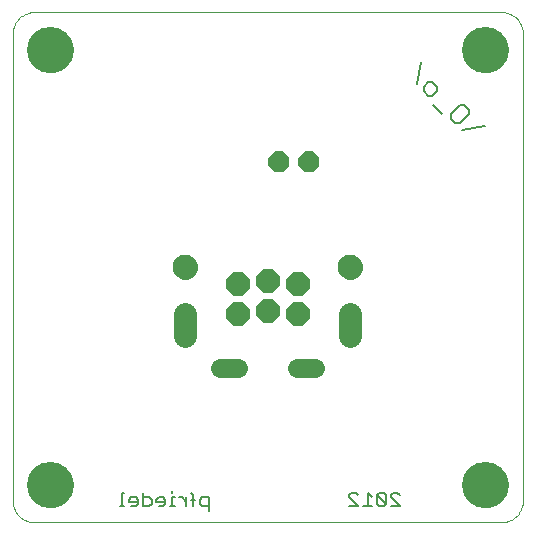
<source format=gbs>
G75*
G70*
%OFA0B0*%
%FSLAX24Y24*%
%IPPOS*%
%LPD*%
%AMOC8*
5,1,8,0,0,1.08239X$1,22.5*
%
%ADD10C,0.0000*%
%ADD11C,0.0827*%
%ADD12C,0.0050*%
%ADD13C,0.0070*%
%ADD14C,0.1535*%
%ADD15C,0.0780*%
%ADD16OC8,0.0700*%
%ADD17OC8,0.0780*%
%ADD18C,0.0640*%
D10*
X000150Y000857D02*
X000150Y016443D01*
X000152Y016493D01*
X000157Y016544D01*
X000166Y016593D01*
X000179Y016642D01*
X000195Y016690D01*
X000214Y016737D01*
X000236Y016782D01*
X000262Y016825D01*
X000291Y016867D01*
X000323Y016906D01*
X000357Y016943D01*
X000394Y016977D01*
X000433Y017009D01*
X000475Y017038D01*
X000518Y017064D01*
X000563Y017086D01*
X000610Y017105D01*
X000658Y017121D01*
X000707Y017134D01*
X000756Y017143D01*
X000807Y017148D01*
X000857Y017150D01*
X016443Y017150D01*
X016493Y017148D01*
X016544Y017143D01*
X016593Y017134D01*
X016642Y017121D01*
X016690Y017105D01*
X016737Y017086D01*
X016782Y017064D01*
X016825Y017038D01*
X016867Y017009D01*
X016906Y016977D01*
X016943Y016943D01*
X016977Y016906D01*
X017009Y016867D01*
X017038Y016825D01*
X017064Y016782D01*
X017086Y016737D01*
X017105Y016690D01*
X017121Y016642D01*
X017134Y016593D01*
X017143Y016544D01*
X017148Y016493D01*
X017150Y016443D01*
X017150Y000857D01*
X017148Y000807D01*
X017143Y000756D01*
X017134Y000707D01*
X017121Y000658D01*
X017105Y000610D01*
X017086Y000563D01*
X017064Y000518D01*
X017038Y000475D01*
X017009Y000433D01*
X016977Y000394D01*
X016943Y000357D01*
X016906Y000323D01*
X016867Y000291D01*
X016825Y000262D01*
X016782Y000236D01*
X016737Y000214D01*
X016690Y000195D01*
X016642Y000179D01*
X016593Y000166D01*
X016544Y000157D01*
X016493Y000152D01*
X016443Y000150D01*
X000857Y000150D01*
X000807Y000152D01*
X000756Y000157D01*
X000707Y000166D01*
X000658Y000179D01*
X000610Y000195D01*
X000563Y000214D01*
X000518Y000236D01*
X000475Y000262D01*
X000433Y000291D01*
X000394Y000323D01*
X000357Y000357D01*
X000323Y000394D01*
X000291Y000433D01*
X000262Y000475D01*
X000236Y000518D01*
X000214Y000563D01*
X000195Y000610D01*
X000179Y000658D01*
X000166Y000707D01*
X000157Y000756D01*
X000152Y000807D01*
X000150Y000857D01*
X000652Y001400D02*
X000654Y001455D01*
X000660Y001509D01*
X000670Y001563D01*
X000684Y001615D01*
X000701Y001667D01*
X000723Y001717D01*
X000748Y001766D01*
X000776Y001813D01*
X000808Y001857D01*
X000843Y001899D01*
X000881Y001938D01*
X000922Y001975D01*
X000965Y002008D01*
X001010Y002038D01*
X001058Y002065D01*
X001107Y002088D01*
X001158Y002108D01*
X001211Y002124D01*
X001264Y002136D01*
X001318Y002144D01*
X001373Y002148D01*
X001427Y002148D01*
X001482Y002144D01*
X001536Y002136D01*
X001589Y002124D01*
X001642Y002108D01*
X001693Y002088D01*
X001742Y002065D01*
X001790Y002038D01*
X001835Y002008D01*
X001878Y001975D01*
X001919Y001938D01*
X001957Y001899D01*
X001992Y001857D01*
X002024Y001813D01*
X002052Y001766D01*
X002077Y001717D01*
X002099Y001667D01*
X002116Y001615D01*
X002130Y001563D01*
X002140Y001509D01*
X002146Y001455D01*
X002148Y001400D01*
X002146Y001345D01*
X002140Y001291D01*
X002130Y001237D01*
X002116Y001185D01*
X002099Y001133D01*
X002077Y001083D01*
X002052Y001034D01*
X002024Y000987D01*
X001992Y000943D01*
X001957Y000901D01*
X001919Y000862D01*
X001878Y000825D01*
X001835Y000792D01*
X001790Y000762D01*
X001742Y000735D01*
X001693Y000712D01*
X001642Y000692D01*
X001589Y000676D01*
X001536Y000664D01*
X001482Y000656D01*
X001427Y000652D01*
X001373Y000652D01*
X001318Y000656D01*
X001264Y000664D01*
X001211Y000676D01*
X001158Y000692D01*
X001107Y000712D01*
X001058Y000735D01*
X001010Y000762D01*
X000965Y000792D01*
X000922Y000825D01*
X000881Y000862D01*
X000843Y000901D01*
X000808Y000943D01*
X000776Y000987D01*
X000748Y001034D01*
X000723Y001083D01*
X000701Y001133D01*
X000684Y001185D01*
X000670Y001237D01*
X000660Y001291D01*
X000654Y001345D01*
X000652Y001400D01*
X005506Y008650D02*
X005508Y008689D01*
X005514Y008728D01*
X005524Y008766D01*
X005537Y008803D01*
X005554Y008838D01*
X005574Y008872D01*
X005598Y008903D01*
X005625Y008932D01*
X005654Y008958D01*
X005686Y008981D01*
X005720Y009001D01*
X005756Y009017D01*
X005793Y009029D01*
X005832Y009038D01*
X005871Y009043D01*
X005910Y009044D01*
X005949Y009041D01*
X005988Y009034D01*
X006025Y009023D01*
X006062Y009009D01*
X006097Y008991D01*
X006130Y008970D01*
X006161Y008945D01*
X006189Y008918D01*
X006214Y008888D01*
X006236Y008855D01*
X006255Y008821D01*
X006270Y008785D01*
X006282Y008747D01*
X006290Y008709D01*
X006294Y008670D01*
X006294Y008630D01*
X006290Y008591D01*
X006282Y008553D01*
X006270Y008515D01*
X006255Y008479D01*
X006236Y008445D01*
X006214Y008412D01*
X006189Y008382D01*
X006161Y008355D01*
X006130Y008330D01*
X006097Y008309D01*
X006062Y008291D01*
X006025Y008277D01*
X005988Y008266D01*
X005949Y008259D01*
X005910Y008256D01*
X005871Y008257D01*
X005832Y008262D01*
X005793Y008271D01*
X005756Y008283D01*
X005720Y008299D01*
X005686Y008319D01*
X005654Y008342D01*
X005625Y008368D01*
X005598Y008397D01*
X005574Y008428D01*
X005554Y008462D01*
X005537Y008497D01*
X005524Y008534D01*
X005514Y008572D01*
X005508Y008611D01*
X005506Y008650D01*
X011006Y008650D02*
X011008Y008689D01*
X011014Y008728D01*
X011024Y008766D01*
X011037Y008803D01*
X011054Y008838D01*
X011074Y008872D01*
X011098Y008903D01*
X011125Y008932D01*
X011154Y008958D01*
X011186Y008981D01*
X011220Y009001D01*
X011256Y009017D01*
X011293Y009029D01*
X011332Y009038D01*
X011371Y009043D01*
X011410Y009044D01*
X011449Y009041D01*
X011488Y009034D01*
X011525Y009023D01*
X011562Y009009D01*
X011597Y008991D01*
X011630Y008970D01*
X011661Y008945D01*
X011689Y008918D01*
X011714Y008888D01*
X011736Y008855D01*
X011755Y008821D01*
X011770Y008785D01*
X011782Y008747D01*
X011790Y008709D01*
X011794Y008670D01*
X011794Y008630D01*
X011790Y008591D01*
X011782Y008553D01*
X011770Y008515D01*
X011755Y008479D01*
X011736Y008445D01*
X011714Y008412D01*
X011689Y008382D01*
X011661Y008355D01*
X011630Y008330D01*
X011597Y008309D01*
X011562Y008291D01*
X011525Y008277D01*
X011488Y008266D01*
X011449Y008259D01*
X011410Y008256D01*
X011371Y008257D01*
X011332Y008262D01*
X011293Y008271D01*
X011256Y008283D01*
X011220Y008299D01*
X011186Y008319D01*
X011154Y008342D01*
X011125Y008368D01*
X011098Y008397D01*
X011074Y008428D01*
X011054Y008462D01*
X011037Y008497D01*
X011024Y008534D01*
X011014Y008572D01*
X011008Y008611D01*
X011006Y008650D01*
X015152Y015900D02*
X015154Y015955D01*
X015160Y016009D01*
X015170Y016063D01*
X015184Y016115D01*
X015201Y016167D01*
X015223Y016217D01*
X015248Y016266D01*
X015276Y016313D01*
X015308Y016357D01*
X015343Y016399D01*
X015381Y016438D01*
X015422Y016475D01*
X015465Y016508D01*
X015510Y016538D01*
X015558Y016565D01*
X015607Y016588D01*
X015658Y016608D01*
X015711Y016624D01*
X015764Y016636D01*
X015818Y016644D01*
X015873Y016648D01*
X015927Y016648D01*
X015982Y016644D01*
X016036Y016636D01*
X016089Y016624D01*
X016142Y016608D01*
X016193Y016588D01*
X016242Y016565D01*
X016290Y016538D01*
X016335Y016508D01*
X016378Y016475D01*
X016419Y016438D01*
X016457Y016399D01*
X016492Y016357D01*
X016524Y016313D01*
X016552Y016266D01*
X016577Y016217D01*
X016599Y016167D01*
X016616Y016115D01*
X016630Y016063D01*
X016640Y016009D01*
X016646Y015955D01*
X016648Y015900D01*
X016646Y015845D01*
X016640Y015791D01*
X016630Y015737D01*
X016616Y015685D01*
X016599Y015633D01*
X016577Y015583D01*
X016552Y015534D01*
X016524Y015487D01*
X016492Y015443D01*
X016457Y015401D01*
X016419Y015362D01*
X016378Y015325D01*
X016335Y015292D01*
X016290Y015262D01*
X016242Y015235D01*
X016193Y015212D01*
X016142Y015192D01*
X016089Y015176D01*
X016036Y015164D01*
X015982Y015156D01*
X015927Y015152D01*
X015873Y015152D01*
X015818Y015156D01*
X015764Y015164D01*
X015711Y015176D01*
X015658Y015192D01*
X015607Y015212D01*
X015558Y015235D01*
X015510Y015262D01*
X015465Y015292D01*
X015422Y015325D01*
X015381Y015362D01*
X015343Y015401D01*
X015308Y015443D01*
X015276Y015487D01*
X015248Y015534D01*
X015223Y015583D01*
X015201Y015633D01*
X015184Y015685D01*
X015170Y015737D01*
X015160Y015791D01*
X015154Y015845D01*
X015152Y015900D01*
X000652Y015900D02*
X000654Y015955D01*
X000660Y016009D01*
X000670Y016063D01*
X000684Y016115D01*
X000701Y016167D01*
X000723Y016217D01*
X000748Y016266D01*
X000776Y016313D01*
X000808Y016357D01*
X000843Y016399D01*
X000881Y016438D01*
X000922Y016475D01*
X000965Y016508D01*
X001010Y016538D01*
X001058Y016565D01*
X001107Y016588D01*
X001158Y016608D01*
X001211Y016624D01*
X001264Y016636D01*
X001318Y016644D01*
X001373Y016648D01*
X001427Y016648D01*
X001482Y016644D01*
X001536Y016636D01*
X001589Y016624D01*
X001642Y016608D01*
X001693Y016588D01*
X001742Y016565D01*
X001790Y016538D01*
X001835Y016508D01*
X001878Y016475D01*
X001919Y016438D01*
X001957Y016399D01*
X001992Y016357D01*
X002024Y016313D01*
X002052Y016266D01*
X002077Y016217D01*
X002099Y016167D01*
X002116Y016115D01*
X002130Y016063D01*
X002140Y016009D01*
X002146Y015955D01*
X002148Y015900D01*
X002146Y015845D01*
X002140Y015791D01*
X002130Y015737D01*
X002116Y015685D01*
X002099Y015633D01*
X002077Y015583D01*
X002052Y015534D01*
X002024Y015487D01*
X001992Y015443D01*
X001957Y015401D01*
X001919Y015362D01*
X001878Y015325D01*
X001835Y015292D01*
X001790Y015262D01*
X001742Y015235D01*
X001693Y015212D01*
X001642Y015192D01*
X001589Y015176D01*
X001536Y015164D01*
X001482Y015156D01*
X001427Y015152D01*
X001373Y015152D01*
X001318Y015156D01*
X001264Y015164D01*
X001211Y015176D01*
X001158Y015192D01*
X001107Y015212D01*
X001058Y015235D01*
X001010Y015262D01*
X000965Y015292D01*
X000922Y015325D01*
X000881Y015362D01*
X000843Y015401D01*
X000808Y015443D01*
X000776Y015487D01*
X000748Y015534D01*
X000723Y015583D01*
X000701Y015633D01*
X000684Y015685D01*
X000670Y015737D01*
X000660Y015791D01*
X000654Y015845D01*
X000652Y015900D01*
X015152Y001400D02*
X015154Y001455D01*
X015160Y001509D01*
X015170Y001563D01*
X015184Y001615D01*
X015201Y001667D01*
X015223Y001717D01*
X015248Y001766D01*
X015276Y001813D01*
X015308Y001857D01*
X015343Y001899D01*
X015381Y001938D01*
X015422Y001975D01*
X015465Y002008D01*
X015510Y002038D01*
X015558Y002065D01*
X015607Y002088D01*
X015658Y002108D01*
X015711Y002124D01*
X015764Y002136D01*
X015818Y002144D01*
X015873Y002148D01*
X015927Y002148D01*
X015982Y002144D01*
X016036Y002136D01*
X016089Y002124D01*
X016142Y002108D01*
X016193Y002088D01*
X016242Y002065D01*
X016290Y002038D01*
X016335Y002008D01*
X016378Y001975D01*
X016419Y001938D01*
X016457Y001899D01*
X016492Y001857D01*
X016524Y001813D01*
X016552Y001766D01*
X016577Y001717D01*
X016599Y001667D01*
X016616Y001615D01*
X016630Y001563D01*
X016640Y001509D01*
X016646Y001455D01*
X016648Y001400D01*
X016646Y001345D01*
X016640Y001291D01*
X016630Y001237D01*
X016616Y001185D01*
X016599Y001133D01*
X016577Y001083D01*
X016552Y001034D01*
X016524Y000987D01*
X016492Y000943D01*
X016457Y000901D01*
X016419Y000862D01*
X016378Y000825D01*
X016335Y000792D01*
X016290Y000762D01*
X016242Y000735D01*
X016193Y000712D01*
X016142Y000692D01*
X016089Y000676D01*
X016036Y000664D01*
X015982Y000656D01*
X015927Y000652D01*
X015873Y000652D01*
X015818Y000656D01*
X015764Y000664D01*
X015711Y000676D01*
X015658Y000692D01*
X015607Y000712D01*
X015558Y000735D01*
X015510Y000762D01*
X015465Y000792D01*
X015422Y000825D01*
X015381Y000862D01*
X015343Y000901D01*
X015308Y000943D01*
X015276Y000987D01*
X015248Y001034D01*
X015223Y001083D01*
X015201Y001133D01*
X015184Y001185D01*
X015170Y001237D01*
X015160Y001291D01*
X015154Y001345D01*
X015152Y001400D01*
D11*
X011400Y008650D03*
X005900Y008650D03*
D12*
X005472Y001200D02*
X005472Y001125D01*
X005472Y000975D02*
X005472Y000675D01*
X005547Y000675D02*
X005397Y000675D01*
X005240Y000750D02*
X005240Y000900D01*
X005165Y000975D01*
X005015Y000975D01*
X004940Y000900D01*
X004940Y000825D01*
X005240Y000825D01*
X005240Y000750D02*
X005165Y000675D01*
X005015Y000675D01*
X004780Y000750D02*
X004780Y000900D01*
X004705Y000975D01*
X004479Y000975D01*
X004479Y001125D02*
X004479Y000675D01*
X004705Y000675D01*
X004780Y000750D01*
X004319Y000750D02*
X004244Y000675D01*
X004094Y000675D01*
X004019Y000825D02*
X004319Y000825D01*
X004319Y000750D02*
X004319Y000900D01*
X004244Y000975D01*
X004094Y000975D01*
X004019Y000900D01*
X004019Y000825D01*
X003859Y000675D02*
X003709Y000675D01*
X003784Y000675D02*
X003784Y001125D01*
X003859Y001125D01*
X005472Y000975D02*
X005547Y000975D01*
X005705Y000975D02*
X005781Y000975D01*
X005931Y000825D01*
X005931Y000675D02*
X005931Y000975D01*
X006087Y000900D02*
X006238Y000900D01*
X006398Y000900D02*
X006398Y000750D01*
X006473Y000675D01*
X006698Y000675D01*
X006698Y000525D02*
X006698Y000975D01*
X006473Y000975D01*
X006398Y000900D01*
X006163Y001050D02*
X006087Y001125D01*
X006163Y001050D02*
X006163Y000675D01*
X011364Y000675D02*
X011665Y000675D01*
X011364Y000975D01*
X011364Y001050D01*
X011439Y001125D01*
X011590Y001125D01*
X011665Y001050D01*
X011975Y001125D02*
X011975Y000675D01*
X012125Y000675D02*
X011825Y000675D01*
X012125Y000975D02*
X011975Y001125D01*
X012285Y001050D02*
X012285Y000750D01*
X012360Y000675D01*
X012510Y000675D01*
X012585Y000750D01*
X012285Y001050D01*
X012360Y001125D01*
X012510Y001125D01*
X012585Y001050D01*
X012585Y000750D01*
X012746Y000675D02*
X013046Y000675D01*
X012746Y000975D01*
X012746Y001050D01*
X012821Y001125D01*
X012971Y001125D01*
X013046Y001050D01*
D13*
X015137Y013223D02*
X015880Y013372D01*
X015350Y013753D02*
X015350Y013902D01*
X015201Y014050D01*
X015052Y014050D01*
X014755Y013753D01*
X014755Y013604D01*
X014904Y013456D01*
X015052Y013456D01*
X015350Y013753D01*
X014448Y013763D02*
X014151Y014060D01*
X014141Y014367D02*
X013992Y014367D01*
X013844Y014516D01*
X013844Y014665D01*
X013992Y014813D01*
X014141Y014813D01*
X014289Y014665D01*
X014289Y014516D01*
X014141Y014367D01*
X013611Y014749D02*
X013759Y015492D01*
D14*
X015900Y015900D03*
X015900Y001400D03*
X001400Y001400D03*
X001400Y015900D03*
D15*
X005900Y007088D02*
X005900Y006348D01*
X011400Y006348D02*
X011400Y007088D01*
D16*
X010025Y012150D03*
X009025Y012150D03*
D17*
X008650Y008200D03*
X009650Y008100D03*
X009650Y007100D03*
X008650Y007200D03*
X007650Y007100D03*
X007650Y008100D03*
D18*
X007670Y005275D02*
X007070Y005275D01*
X009630Y005275D02*
X010230Y005275D01*
M02*

</source>
